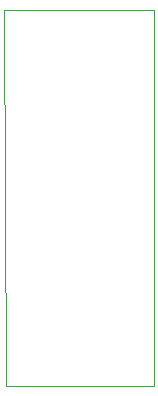
<source format=gbr>
G04 #@! TF.GenerationSoftware,KiCad,Pcbnew,5.1.5+dfsg1-2build2*
G04 #@! TF.CreationDate,2020-10-22T12:15:37+02:00*
G04 #@! TF.ProjectId,Tandberg-TD20A-U3-Arduino,54616e64-6265-4726-972d-54443230412d,rev?*
G04 #@! TF.SameCoordinates,Original*
G04 #@! TF.FileFunction,Profile,NP*
%FSLAX46Y46*%
G04 Gerber Fmt 4.6, Leading zero omitted, Abs format (unit mm)*
G04 Created by KiCad (PCBNEW 5.1.5+dfsg1-2build2) date 2020-10-22 12:15:37*
%MOMM*%
%LPD*%
G04 APERTURE LIST*
%ADD10C,0.050000*%
G04 APERTURE END LIST*
D10*
X123952000Y-103632000D02*
X123825000Y-71755000D01*
X136525000Y-103632000D02*
X123952000Y-103632000D01*
X136525000Y-71755000D02*
X136525000Y-103632000D01*
X123825000Y-71755000D02*
X136525000Y-71755000D01*
M02*

</source>
